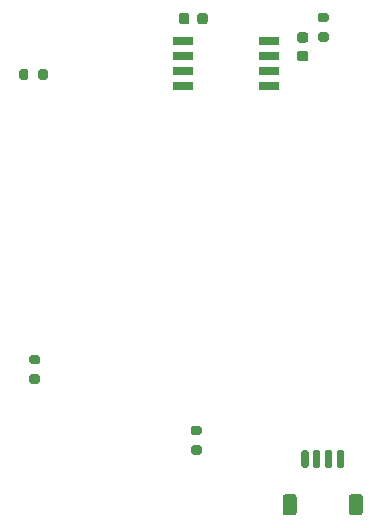
<source format=gbp>
G04 #@! TF.GenerationSoftware,KiCad,Pcbnew,(5.1.8)-1*
G04 #@! TF.CreationDate,2021-01-07T23:39:49-08:00*
G04 #@! TF.ProjectId,SuperPower-RPi-KiCAD,53757065-7250-46f7-9765-722d5250692d,rev?*
G04 #@! TF.SameCoordinates,Original*
G04 #@! TF.FileFunction,Paste,Bot*
G04 #@! TF.FilePolarity,Positive*
%FSLAX46Y46*%
G04 Gerber Fmt 4.6, Leading zero omitted, Abs format (unit mm)*
G04 Created by KiCad (PCBNEW (5.1.8)-1) date 2021-01-07 23:39:49*
%MOMM*%
%LPD*%
G01*
G04 APERTURE LIST*
%ADD10R,1.700000X0.650000*%
G04 APERTURE END LIST*
G36*
G01*
X89515000Y-63360000D02*
X89515000Y-62860000D01*
G75*
G02*
X89740000Y-62635000I225000J0D01*
G01*
X90190000Y-62635000D01*
G75*
G02*
X90415000Y-62860000I0J-225000D01*
G01*
X90415000Y-63360000D01*
G75*
G02*
X90190000Y-63585000I-225000J0D01*
G01*
X89740000Y-63585000D01*
G75*
G02*
X89515000Y-63360000I0J225000D01*
G01*
G37*
G36*
G01*
X91065000Y-63360000D02*
X91065000Y-62860000D01*
G75*
G02*
X91290000Y-62635000I225000J0D01*
G01*
X91740000Y-62635000D01*
G75*
G02*
X91965000Y-62860000I0J-225000D01*
G01*
X91965000Y-63360000D01*
G75*
G02*
X91740000Y-63585000I-225000J0D01*
G01*
X91290000Y-63585000D01*
G75*
G02*
X91065000Y-63360000I0J225000D01*
G01*
G37*
G36*
G01*
X102025000Y-63425000D02*
X101475000Y-63425000D01*
G75*
G02*
X101275000Y-63225000I0J200000D01*
G01*
X101275000Y-62825000D01*
G75*
G02*
X101475000Y-62625000I200000J0D01*
G01*
X102025000Y-62625000D01*
G75*
G02*
X102225000Y-62825000I0J-200000D01*
G01*
X102225000Y-63225000D01*
G75*
G02*
X102025000Y-63425000I-200000J0D01*
G01*
G37*
G36*
G01*
X102025000Y-65075000D02*
X101475000Y-65075000D01*
G75*
G02*
X101275000Y-64875000I0J200000D01*
G01*
X101275000Y-64475000D01*
G75*
G02*
X101475000Y-64275000I200000J0D01*
G01*
X102025000Y-64275000D01*
G75*
G02*
X102225000Y-64475000I0J-200000D01*
G01*
X102225000Y-64875000D01*
G75*
G02*
X102025000Y-65075000I-200000J0D01*
G01*
G37*
G36*
G01*
X90725000Y-99225000D02*
X91275000Y-99225000D01*
G75*
G02*
X91475000Y-99425000I0J-200000D01*
G01*
X91475000Y-99825000D01*
G75*
G02*
X91275000Y-100025000I-200000J0D01*
G01*
X90725000Y-100025000D01*
G75*
G02*
X90525000Y-99825000I0J200000D01*
G01*
X90525000Y-99425000D01*
G75*
G02*
X90725000Y-99225000I200000J0D01*
G01*
G37*
G36*
G01*
X90725000Y-97575000D02*
X91275000Y-97575000D01*
G75*
G02*
X91475000Y-97775000I0J-200000D01*
G01*
X91475000Y-98175000D01*
G75*
G02*
X91275000Y-98375000I-200000J0D01*
G01*
X90725000Y-98375000D01*
G75*
G02*
X90525000Y-98175000I0J200000D01*
G01*
X90525000Y-97775000D01*
G75*
G02*
X90725000Y-97575000I200000J0D01*
G01*
G37*
G36*
G01*
X99500000Y-103624999D02*
X99500000Y-104925001D01*
G75*
G02*
X99250001Y-105175000I-249999J0D01*
G01*
X98549999Y-105175000D01*
G75*
G02*
X98300000Y-104925001I0J249999D01*
G01*
X98300000Y-103624999D01*
G75*
G02*
X98549999Y-103375000I249999J0D01*
G01*
X99250001Y-103375000D01*
G75*
G02*
X99500000Y-103624999I0J-249999D01*
G01*
G37*
G36*
G01*
X105100000Y-103624999D02*
X105100000Y-104925001D01*
G75*
G02*
X104850001Y-105175000I-249999J0D01*
G01*
X104149999Y-105175000D01*
G75*
G02*
X103900000Y-104925001I0J249999D01*
G01*
X103900000Y-103624999D01*
G75*
G02*
X104149999Y-103375000I249999J0D01*
G01*
X104850001Y-103375000D01*
G75*
G02*
X105100000Y-103624999I0J-249999D01*
G01*
G37*
G36*
G01*
X100500000Y-99775000D02*
X100500000Y-101025000D01*
G75*
G02*
X100350000Y-101175000I-150000J0D01*
G01*
X100050000Y-101175000D01*
G75*
G02*
X99900000Y-101025000I0J150000D01*
G01*
X99900000Y-99775000D01*
G75*
G02*
X100050000Y-99625000I150000J0D01*
G01*
X100350000Y-99625000D01*
G75*
G02*
X100500000Y-99775000I0J-150000D01*
G01*
G37*
G36*
G01*
X101500000Y-99775000D02*
X101500000Y-101025000D01*
G75*
G02*
X101350000Y-101175000I-150000J0D01*
G01*
X101050000Y-101175000D01*
G75*
G02*
X100900000Y-101025000I0J150000D01*
G01*
X100900000Y-99775000D01*
G75*
G02*
X101050000Y-99625000I150000J0D01*
G01*
X101350000Y-99625000D01*
G75*
G02*
X101500000Y-99775000I0J-150000D01*
G01*
G37*
G36*
G01*
X102500000Y-99775000D02*
X102500000Y-101025000D01*
G75*
G02*
X102350000Y-101175000I-150000J0D01*
G01*
X102050000Y-101175000D01*
G75*
G02*
X101900000Y-101025000I0J150000D01*
G01*
X101900000Y-99775000D01*
G75*
G02*
X102050000Y-99625000I150000J0D01*
G01*
X102350000Y-99625000D01*
G75*
G02*
X102500000Y-99775000I0J-150000D01*
G01*
G37*
G36*
G01*
X103500000Y-99775000D02*
X103500000Y-101025000D01*
G75*
G02*
X103350000Y-101175000I-150000J0D01*
G01*
X103050000Y-101175000D01*
G75*
G02*
X102900000Y-101025000I0J150000D01*
G01*
X102900000Y-99775000D01*
G75*
G02*
X103050000Y-99625000I150000J0D01*
G01*
X103350000Y-99625000D01*
G75*
G02*
X103500000Y-99775000I0J-150000D01*
G01*
G37*
G36*
G01*
X100256250Y-65150000D02*
X99743750Y-65150000D01*
G75*
G02*
X99525000Y-64931250I0J218750D01*
G01*
X99525000Y-64493750D01*
G75*
G02*
X99743750Y-64275000I218750J0D01*
G01*
X100256250Y-64275000D01*
G75*
G02*
X100475000Y-64493750I0J-218750D01*
G01*
X100475000Y-64931250D01*
G75*
G02*
X100256250Y-65150000I-218750J0D01*
G01*
G37*
G36*
G01*
X100256250Y-66725000D02*
X99743750Y-66725000D01*
G75*
G02*
X99525000Y-66506250I0J218750D01*
G01*
X99525000Y-66068750D01*
G75*
G02*
X99743750Y-65850000I218750J0D01*
G01*
X100256250Y-65850000D01*
G75*
G02*
X100475000Y-66068750I0J-218750D01*
G01*
X100475000Y-66506250D01*
G75*
G02*
X100256250Y-66725000I-218750J0D01*
G01*
G37*
D10*
X89870000Y-64995000D03*
X89870000Y-66265000D03*
X89870000Y-67535000D03*
X89870000Y-68805000D03*
X97170000Y-68805000D03*
X97170000Y-67535000D03*
X97170000Y-66265000D03*
X97170000Y-64995000D03*
G36*
G01*
X78425000Y-67575000D02*
X78425000Y-68125000D01*
G75*
G02*
X78225000Y-68325000I-200000J0D01*
G01*
X77825000Y-68325000D01*
G75*
G02*
X77625000Y-68125000I0J200000D01*
G01*
X77625000Y-67575000D01*
G75*
G02*
X77825000Y-67375000I200000J0D01*
G01*
X78225000Y-67375000D01*
G75*
G02*
X78425000Y-67575000I0J-200000D01*
G01*
G37*
G36*
G01*
X76775000Y-67575000D02*
X76775000Y-68125000D01*
G75*
G02*
X76575000Y-68325000I-200000J0D01*
G01*
X76175000Y-68325000D01*
G75*
G02*
X75975000Y-68125000I0J200000D01*
G01*
X75975000Y-67575000D01*
G75*
G02*
X76175000Y-67375000I200000J0D01*
G01*
X76575000Y-67375000D01*
G75*
G02*
X76775000Y-67575000I0J-200000D01*
G01*
G37*
G36*
G01*
X77575000Y-92375000D02*
X77025000Y-92375000D01*
G75*
G02*
X76825000Y-92175000I0J200000D01*
G01*
X76825000Y-91775000D01*
G75*
G02*
X77025000Y-91575000I200000J0D01*
G01*
X77575000Y-91575000D01*
G75*
G02*
X77775000Y-91775000I0J-200000D01*
G01*
X77775000Y-92175000D01*
G75*
G02*
X77575000Y-92375000I-200000J0D01*
G01*
G37*
G36*
G01*
X77575000Y-94025000D02*
X77025000Y-94025000D01*
G75*
G02*
X76825000Y-93825000I0J200000D01*
G01*
X76825000Y-93425000D01*
G75*
G02*
X77025000Y-93225000I200000J0D01*
G01*
X77575000Y-93225000D01*
G75*
G02*
X77775000Y-93425000I0J-200000D01*
G01*
X77775000Y-93825000D01*
G75*
G02*
X77575000Y-94025000I-200000J0D01*
G01*
G37*
M02*

</source>
